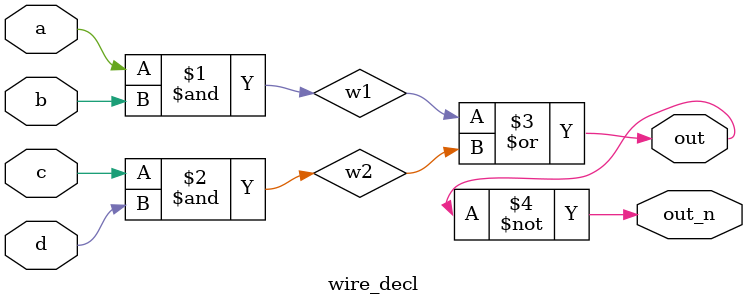
<source format=v>
module wire_decl (
	input a,
	input b,
	input c,
	input d,
	output out,
	output out_n );
 	
	wire w1, w2;
	assign w1 = a&b;
	assign w2 = c&d;
	assign out = w1|w2;
	assign out_n = ~out;
	
endmodule
</source>
